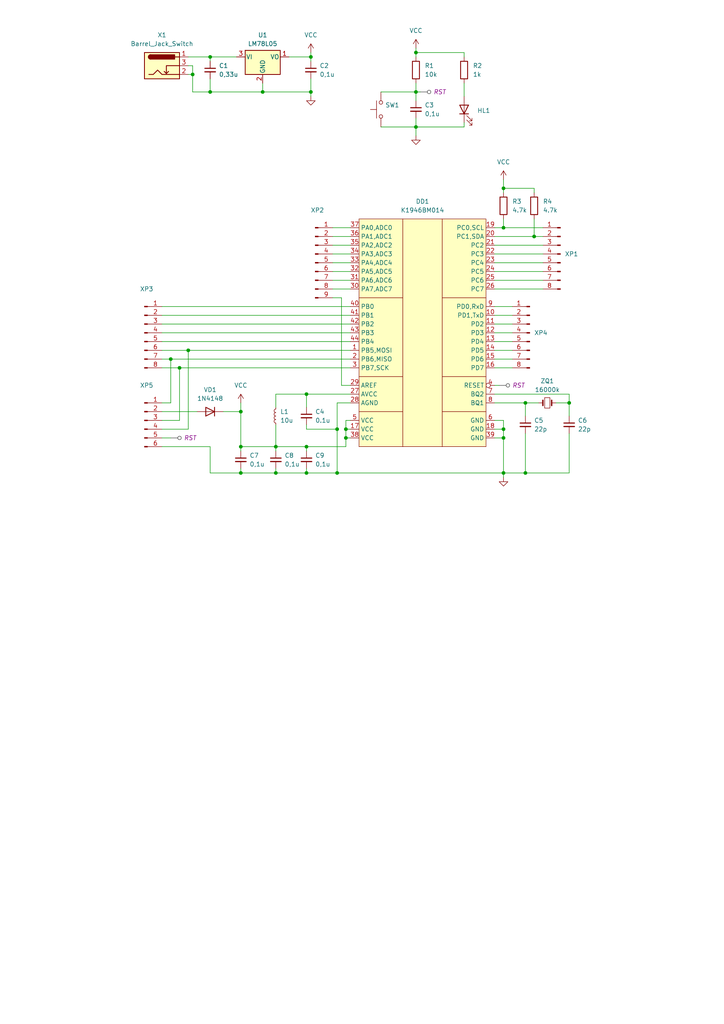
<source format=kicad_sch>
(kicad_sch (version 20231120) (generator "eeschema") (generator_version "8.0")
  (paper "A4" portrait)
  (title_block (title "Плата отладочная \\n Схема электрическая\\nпринципиальная") (date "01.05.2024") (rev "1") (company "habr") (comment 2 "Рябчевский") (comment 7 "йцу") (comment 8 "фыв") (comment 9 "ясч"))
  (lib_symbols
    (symbol "Connector:Barrel_Jack_Switch" (pin_names hide)
      (property "Reference" "J" (at 0 5.334 0))
      (property "Value" "Barrel_Jack_Switch" (at 0 -5.08 0))
      (symbol "Barrel_Jack_Switch_0_1"
        (rectangle (start -5.08 3.81) (end 5.08 -3.81) (stroke (width 0.254)) (fill (type background)))
        (arc (start -3.302 3.175) (mid -3.9343 2.54) (end -3.302 1.905) (stroke (width 0.254)))
        (arc (start -3.302 3.175) (mid -3.9343 2.54) (end -3.302 1.905) (stroke (width 0.254)) (fill (type outline)))
        (polyline (pts (xy 1.27 -2.286) (xy 1.905 -1.651)) (stroke (width 0.254)))
        (polyline (pts (xy 5.08 2.54) (xy 3.81 2.54)) (stroke (width 0.254)))
        (polyline (pts (xy 5.08 0) (xy 1.27 0) (xy 1.27 -2.286) (xy 0.635 -1.651)) (stroke (width 0.254)))
        (polyline (pts (xy -3.81 -2.54) (xy -2.54 -2.54) (xy -1.27 -1.27) (xy 0 -2.54) (xy 2.54 -2.54) (xy 5.08 -2.54)) (stroke (width 0.254)))
        (rectangle (start 3.683 3.175) (end -3.302 1.905) (stroke (width 0.254)) (fill (type outline)))
      )
      (symbol "Barrel_Jack_Switch_1_1"
        (pin passive line (at 7.62 2.54 180) (length 2.54) (name "~") (number "1"))
        (pin passive line (at 7.62 -2.54 180) (length 2.54) (name "~") (number "2"))
        (pin passive line (at 7.62 0 180) (length 2.54) (name "~") (number "3"))
      )
    )
    (symbol "Connector:Conn_01x06_Pin" (pin_names (offset 1.016) hide)
      (property "Reference" "J" (at 0 7.62 0))
      (property "Value" "Conn_01x06_Pin" (at 0 -10.16 0))
      (symbol "Conn_01x06_Pin_1_1"
        (polyline (pts (xy 1.27 -7.62) (xy 0.8636 -7.62)) (stroke (width 0.1524)))
        (polyline (pts (xy 1.27 -5.08) (xy 0.8636 -5.08)) (stroke (width 0.1524)))
        (polyline (pts (xy 1.27 -2.54) (xy 0.8636 -2.54)) (stroke (width 0.1524)))
        (polyline (pts (xy 1.27 0) (xy 0.8636 0)) (stroke (width 0.1524)))
        (polyline (pts (xy 1.27 2.54) (xy 0.8636 2.54)) (stroke (width 0.1524)))
        (polyline (pts (xy 1.27 5.08) (xy 0.8636 5.08)) (stroke (width 0.1524)))
        (rectangle (start 0.8636 -7.493) (end 0 -7.747) (stroke (width 0.1524)) (fill (type outline)))
        (rectangle (start 0.8636 -4.953) (end 0 -5.207) (stroke (width 0.1524)) (fill (type outline)))
        (rectangle (start 0.8636 -2.413) (end 0 -2.667) (stroke (width 0.1524)) (fill (type outline)))
        (rectangle (start 0.8636 0.127) (end 0 -0.127) (stroke (width 0.1524)) (fill (type outline)))
        (rectangle (start 0.8636 2.667) (end 0 2.413) (stroke (width 0.1524)) (fill (type outline)))
        (rectangle (start 0.8636 5.207) (end 0 4.953) (stroke (width 0.1524)) (fill (type outline)))
        (pin passive line (at 5.08 5.08 180) (length 3.81) (name "Pin_1") (number "1"))
        (pin passive line (at 5.08 2.54 180) (length 3.81) (name "Pin_2") (number "2"))
        (pin passive line (at 5.08 0 180) (length 3.81) (name "Pin_3") (number "3"))
        (pin passive line (at 5.08 -2.54 180) (length 3.81) (name "Pin_4") (number "4"))
        (pin passive line (at 5.08 -5.08 180) (length 3.81) (name "Pin_5") (number "5"))
        (pin passive line (at 5.08 -7.62 180) (length 3.81) (name "Pin_6") (number "6"))
      )
    )
    (symbol "Connector:Conn_01x08_Pin" (pin_names (offset 1.016) hide)
      (property "Reference" "J" (at 0 10.16 0))
      (property "Value" "Conn_01x08_Pin" (at 0 -12.7 0))
      (symbol "Conn_01x08_Pin_1_1"
        (polyline (pts (xy 1.27 -10.16) (xy 0.8636 -10.16)) (stroke (width 0.1524)))
        (polyline (pts (xy 1.27 -7.62) (xy 0.8636 -7.62)) (stroke (width 0.1524)))
        (polyline (pts (xy 1.27 -5.08) (xy 0.8636 -5.08)) (stroke (width 0.1524)))
        (polyline (pts (xy 1.27 -2.54) (xy 0.8636 -2.54)) (stroke (width 0.1524)))
        (polyline (pts (xy 1.27 0) (xy 0.8636 0)) (stroke (width 0.1524)))
        (polyline (pts (xy 1.27 2.54) (xy 0.8636 2.54)) (stroke (width 0.1524)))
        (polyline (pts (xy 1.27 5.08) (xy 0.8636 5.08)) (stroke (width 0.1524)))
        (polyline (pts (xy 1.27 7.62) (xy 0.8636 7.62)) (stroke (width 0.1524)))
        (rectangle (start 0.8636 -10.033) (end 0 -10.287) (stroke (width 0.1524)) (fill (type outline)))
        (rectangle (start 0.8636 -7.493) (end 0 -7.747) (stroke (width 0.1524)) (fill (type outline)))
        (rectangle (start 0.8636 -4.953) (end 0 -5.207) (stroke (width 0.1524)) (fill (type outline)))
        (rectangle (start 0.8636 -2.413) (end 0 -2.667) (stroke (width 0.1524)) (fill (type outline)))
        (rectangle (start 0.8636 0.127) (end 0 -0.127) (stroke (width 0.1524)) (fill (type outline)))
        (rectangle (start 0.8636 2.667) (end 0 2.413) (stroke (width 0.1524)) (fill (type outline)))
        (rectangle (start 0.8636 5.207) (end 0 4.953) (stroke (width 0.1524)) (fill (type outline)))
        (rectangle (start 0.8636 7.747) (end 0 7.493) (stroke (width 0.1524)) (fill (type outline)))
        (pin passive line (at 5.08 7.62 180) (length 3.81) (name "Pin_1") (number "1"))
        (pin passive line (at 5.08 5.08 180) (length 3.81) (name "Pin_2") (number "2"))
        (pin passive line (at 5.08 2.54 180) (length 3.81) (name "Pin_3") (number "3"))
        (pin passive line (at 5.08 0 180) (length 3.81) (name "Pin_4") (number "4"))
        (pin passive line (at 5.08 -2.54 180) (length 3.81) (name "Pin_5") (number "5"))
        (pin passive line (at 5.08 -5.08 180) (length 3.81) (name "Pin_6") (number "6"))
        (pin passive line (at 5.08 -7.62 180) (length 3.81) (name "Pin_7") (number "7"))
        (pin passive line (at 5.08 -10.16 180) (length 3.81) (name "Pin_8") (number "8"))
      )
    )
    (symbol "Connector:Conn_01x09_Pin" (pin_names (offset 1.016) hide)
      (property "Reference" "J" (at 0 12.7 0))
      (property "Value" "Conn_01x09_Pin" (at 0 -12.7 0))
      (symbol "Conn_01x09_Pin_1_1"
        (polyline (pts (xy 1.27 -10.16) (xy 0.8636 -10.16)) (stroke (width 0.1524)))
        (polyline (pts (xy 1.27 -7.62) (xy 0.8636 -7.62)) (stroke (width 0.1524)))
        (polyline (pts (xy 1.27 -5.08) (xy 0.8636 -5.08)) (stroke (width 0.1524)))
        (polyline (pts (xy 1.27 -2.54) (xy 0.8636 -2.54)) (stroke (width 0.1524)))
        (polyline (pts (xy 1.27 0) (xy 0.8636 0)) (stroke (width 0.1524)))
        (polyline (pts (xy 1.27 2.54) (xy 0.8636 2.54)) (stroke (width 0.1524)))
        (polyline (pts (xy 1.27 5.08) (xy 0.8636 5.08)) (stroke (width 0.1524)))
        (polyline (pts (xy 1.27 7.62) (xy 0.8636 7.62)) (stroke (width 0.1524)))
        (polyline (pts (xy 1.27 10.16) (xy 0.8636 10.16)) (stroke (width 0.1524)))
        (rectangle (start 0.8636 -10.033) (end 0 -10.287) (stroke (width 0.1524)) (fill (type outline)))
        (rectangle (start 0.8636 -7.493) (end 0 -7.747) (stroke (width 0.1524)) (fill (type outline)))
        (rectangle (start 0.8636 -4.953) (end 0 -5.207) (stroke (width 0.1524)) (fill (type outline)))
        (rectangle (start 0.8636 -2.413) (end 0 -2.667) (stroke (width 0.1524)) (fill (type outline)))
        (rectangle (start 0.8636 0.127) (end 0 -0.127) (stroke (width 0.1524)) (fill (type outline)))
        (rectangle (start 0.8636 2.667) (end 0 2.413) (stroke (width 0.1524)) (fill (type outline)))
        (rectangle (start 0.8636 5.207) (end 0 4.953) (stroke (width 0.1524)) (fill (type outline)))
        (rectangle (start 0.8636 7.747) (end 0 7.493) (stroke (width 0.1524)) (fill (type outline)))
        (rectangle (start 0.8636 10.287) (end 0 10.033) (stroke (width 0.1524)) (fill (type outline)))
        (pin passive line (at 5.08 10.16 180) (length 3.81) (name "Pin_1") (number "1"))
        (pin passive line (at 5.08 7.62 180) (length 3.81) (name "Pin_2") (number "2"))
        (pin passive line (at 5.08 5.08 180) (length 3.81) (name "Pin_3") (number "3"))
        (pin passive line (at 5.08 2.54 180) (length 3.81) (name "Pin_4") (number "4"))
        (pin passive line (at 5.08 0 180) (length 3.81) (name "Pin_5") (number "5"))
        (pin passive line (at 5.08 -2.54 180) (length 3.81) (name "Pin_6") (number "6"))
        (pin passive line (at 5.08 -5.08 180) (length 3.81) (name "Pin_7") (number "7"))
        (pin passive line (at 5.08 -7.62 180) (length 3.81) (name "Pin_8") (number "8"))
        (pin passive line (at 5.08 -10.16 180) (length 3.81) (name "Pin_9") (number "9"))
      )
    )
    (symbol "Device:C_Small" (pin_numbers hide) (pin_names (offset 0.254) hide)
      (property "Reference" "C" (at 0.254 1.778 0))
      (property "Value" "C_Small" (at 0.254 -2.032 0))
      (symbol "C_Small_0_1"
        (polyline (pts (xy -1.524 -0.508) (xy 1.524 -0.508)) (stroke (width 0.3302)))
        (polyline (pts (xy -1.524 0.508) (xy 1.524 0.508)) (stroke (width 0.3048)))
      )
      (symbol "C_Small_1_1"
        (pin passive line (at 0 2.54 270) (length 2.032) (name "~") (number "1"))
        (pin passive line (at 0 -2.54 90) (length 2.032) (name "~") (number "2"))
      )
    )
    (symbol "Device:Crystal_Small" (pin_numbers hide) (pin_names (offset 1.016) hide)
      (property "Reference" "Y" (at 0 2.54 0))
      (property "Value" "Crystal_Small" (at 0 -2.54 0))
      (symbol "Crystal_Small_0_1"
        (rectangle (start -0.762 -1.524) (end 0.762 1.524))
        (polyline (pts (xy -1.27 -0.762) (xy -1.27 0.762)) (stroke (width 0.381)))
        (polyline (pts (xy 1.27 -0.762) (xy 1.27 0.762)) (stroke (width 0.381)))
      )
      (symbol "Crystal_Small_1_1"
        (pin passive line (at -2.54 0 0) (length 1.27) (name "1") (number "1"))
        (pin passive line (at 2.54 0 180) (length 1.27) (name "2") (number "2"))
      )
    )
    (symbol "Device:D" (pin_numbers hide) (pin_names (offset 1.016) hide)
      (property "Reference" "D" (at 0 2.54 0))
      (property "Value" "D" (at 0 -2.54 0))
      (symbol "D_0_1"
        (polyline (pts (xy -1.27 1.27) (xy -1.27 -1.27)) (stroke (width 0.254)))
        (polyline (pts (xy 1.27 0) (xy -1.27 0)))
        (polyline (pts (xy 1.27 1.27) (xy 1.27 -1.27) (xy -1.27 0) (xy 1.27 1.27)) (stroke (width 0.254)))
      )
      (symbol "D_1_1"
        (pin passive line (at -3.81 0 0) (length 2.54) (name "K") (number "1"))
        (pin passive line (at 3.81 0 180) (length 2.54) (name "A") (number "2"))
      )
    )
    (symbol "Device:LED" (pin_numbers hide) (pin_names (offset 1.016) hide)
      (property "Reference" "D" (at 0 2.54 0))
      (property "Value" "LED" (at 0 -2.54 0))
      (symbol "LED_0_1"
        (polyline (pts (xy -1.27 -1.27) (xy -1.27 1.27)) (stroke (width 0.254)))
        (polyline (pts (xy -1.27 0) (xy 1.27 0)))
        (polyline (pts (xy 1.27 -1.27) (xy 1.27 1.27) (xy -1.27 0) (xy 1.27 -1.27)) (stroke (width 0.254)))
        (polyline (pts (xy -3.048 -0.762) (xy -4.572 -2.286) (xy -3.81 -2.286) (xy -4.572 -2.286) (xy -4.572 -1.524)))
        (polyline (pts (xy -1.778 -0.762) (xy -3.302 -2.286) (xy -2.54 -2.286) (xy -3.302 -2.286) (xy -3.302 -1.524)))
      )
      (symbol "LED_1_1"
        (pin passive line (at -3.81 0 0) (length 2.54) (name "K") (number "1"))
        (pin passive line (at 3.81 0 180) (length 2.54) (name "A") (number "2"))
      )
    )
    (symbol "Device:L_Small" (pin_numbers hide) (pin_names (offset 0.254) hide)
      (property "Reference" "L" (at 0.762 1.016 0))
      (property "Value" "L_Small" (at 0.762 -1.016 0))
      (symbol "L_Small_0_1"
        (arc (start 0 -2.032) (mid 0.5058 -1.524) (end 0 -1.016))
        (arc (start 0 -1.016) (mid 0.5058 -0.508) (end 0 0))
        (arc (start 0 0) (mid 0.5058 0.508) (end 0 1.016))
        (arc (start 0 1.016) (mid 0.5058 1.524) (end 0 2.032))
      )
      (symbol "L_Small_1_1"
        (pin passive line (at 0 2.54 270) (length 0.508) (name "~") (number "1"))
        (pin passive line (at 0 -2.54 90) (length 0.508) (name "~") (number "2"))
      )
    )
    (symbol "Device:R" (pin_numbers hide) (pin_names (offset 0))
      (property "Reference" "R" (at 2.032 0 90))
      (property "Value" "R" (at 0 0 90))
      (symbol "R_0_1"
        (rectangle (start -1.016 -2.54) (end 1.016 2.54) (stroke (width 0.254)))
      )
      (symbol "R_1_1"
        (pin passive line (at 0 3.81 270) (length 1.27) (name "~") (number "1"))
        (pin passive line (at 0 -3.81 90) (length 1.27) (name "~") (number "2"))
      )
    )
    (symbol "NIIET:К1946ВМ014" (exclude_from_sim yes)
      (property "Reference" "DD" (at 0 24.892 0))
      (property "Value" "К1946ВМ014" (at 0 -45.974 0))
      (symbol "К1946ВМ014_0_1"
        (polyline (pts (xy -17.78 -33.02) (xy -5.08 -33.02)))
        (polyline (pts (xy -17.78 -22.86) (xy -5.08 -22.86)))
        (polyline (pts (xy -17.78 0) (xy -5.08 0)))
        (polyline (pts (xy 6.35 -33.02) (xy 19.05 -33.02)))
        (polyline (pts (xy 6.35 -22.86) (xy 19.05 -22.86)))
        (polyline (pts (xy 6.35 0) (xy 19.05 0)))
      )
      (symbol "К1946ВМ014_1_0"
        (pin power_in line (at -20.32 -38.1 0) (length 2.54) (name "VCC") (number "17"))
        (pin power_in line (at 21.59 -38.1 180) (length 2.54) (name "GND") (number "18"))
        (pin bidirectional line (at -20.32 -27.94 0) (length 2.54) (name "AVCC") (number "27"))
        (pin bidirectional line (at -20.32 -30.48 0) (length 2.54) (name "AGND") (number "28"))
        (pin bidirectional line (at -20.32 -25.4 0) (length 2.54) (name "AREF") (number "29"))
        (pin power_in line (at -20.32 -40.64 0) (length 2.54) (name "VCC") (number "38"))
        (pin power_in line (at 21.59 -40.64 180) (length 2.54) (name "GND") (number "39"))
        (pin input inverted (at 21.59 -25.4 180) (length 2.54) (name "RESET") (number "4"))
        (pin power_in line (at -20.32 -35.56 0) (length 2.54) (name "VCC") (number "5"))
        (pin power_in line (at 21.59 -35.56 180) (length 2.54) (name "GND") (number "6"))
        (pin bidirectional line (at 21.59 -27.94 180) (length 2.54) (name "BQ2") (number "7"))
        (pin bidirectional line (at 21.59 -30.48 180) (length 2.54) (name "BQ1") (number "8"))
      )
      (symbol "К1946ВМ014_1_1"
        (rectangle (start -17.78 22.86) (end 19.05 -43.18) (fill (type background)))
        (polyline (pts (xy -5.08 22.86) (xy -5.08 -43.18)))
        (polyline (pts (xy 6.35 22.86) (xy 6.35 -43.18)))
        (pin bidirectional line (at -20.32 -15.24 0) (length 2.54) (name "PB5,MOSI") (number "1"))
        (pin bidirectional line (at 21.59 -5.08 180) (length 2.54) (name "PD1,TxD") (number "10"))
        (pin bidirectional line (at 21.59 -7.62 180) (length 2.54) (name "PD2,INT0") (number "11") (alternate "PD2" bidirectional line))
        (pin bidirectional line (at 21.59 -10.16 180) (length 2.54) (name "PD3,INT1") (number "12") (alternate "PD3" bidirectional line))
        (pin bidirectional line (at 21.59 -12.7 180) (length 2.54) (name "PD4,OC1B") (number "13") (alternate "PD4" bidirectional line))
        (pin bidirectional line (at 21.59 -15.24 180) (length 2.54) (name "PD5,OC1A") (number "14") (alternate "PD5" bidirectional line))
        (pin bidirectional line (at 21.59 -17.78 180) (length 2.54) (name "PD6,ICP1") (number "15") (alternate "PD6" bidirectional line))
        (pin bidirectional line (at 21.59 -20.32 180) (length 2.54) (name "PD7,OC2") (number "16") (alternate "PD7" bidirectional line))
        (pin bidirectional line (at 21.59 20.32 180) (length 2.54) (name "PC0,SCL") (number "19"))
        (pin bidirectional line (at -20.32 -17.78 0) (length 2.54) (name "PB6,MISO") (number "2"))
        (pin bidirectional line (at 21.59 17.78 180) (length 2.54) (name "PC1,SDA") (number "20"))
        (pin bidirectional line (at 21.59 15.24 180) (length 2.54) (name "PC2") (number "21"))
        (pin bidirectional line (at 21.59 12.7 180) (length 2.54) (name "PC3") (number "22"))
        (pin bidirectional line (at 21.59 10.16 180) (length 2.54) (name "PC4") (number "23"))
        (pin bidirectional line (at 21.59 7.62 180) (length 2.54) (name "PC5") (number "24"))
        (pin bidirectional line (at 21.59 5.08 180) (length 2.54) (name "PC6,TOSC1") (number "25") (alternate "PC6" bidirectional line))
        (pin bidirectional line (at 21.59 2.54 180) (length 2.54) (name "PC7,TOSC2") (number "26") (alternate "PC7" bidirectional line))
        (pin bidirectional line (at -20.32 -20.32 0) (length 2.54) (name "PB7,SCK") (number "3"))
        (pin bidirectional line (at -20.32 2.54 0) (length 2.54) (name "PA7,ADC7") (number "30"))
        (pin bidirectional line (at -20.32 5.08 0) (length 2.54) (name "PA6,ADC6") (number "31"))
        (pin bidirectional line (at -20.32 7.62 0) (length 2.54) (name "PA5,ADC5") (number "32"))
        (pin bidirectional line (at -20.32 10.16 0) (length 2.54) (name "PA4,ADC4") (number "33"))
        (pin bidirectional line (at -20.32 12.7 0) (length 2.54) (name "PA3,ADC3") (number "34"))
        (pin bidirectional line (at -20.32 15.24 0) (length 2.54) (name "PA2,ADC2") (number "35"))
        (pin bidirectional line (at -20.32 17.78 0) (length 2.54) (name "PA1,ADC1") (number "36"))
        (pin bidirectional line (at -20.32 20.32 0) (length 2.54) (name "PA0,ADC0") (number "37"))
        (pin bidirectional line (at -20.32 -2.54 0) (length 2.54) (name "PB0,T0") (number "40") (alternate "PB0" bidirectional line))
        (pin bidirectional line (at -20.32 -5.08 0) (length 2.54) (name "PB1,T1") (number "41") (alternate "PB1" bidirectional line))
        (pin bidirectional line (at -20.32 -7.62 0) (length 2.54) (name "PB2,AIN0") (number "42") (alternate "PB2" bidirectional line))
        (pin bidirectional line (at -20.32 -10.16 0) (length 2.54) (name "PB3,AIN1") (number "43") (alternate "PB3" bidirectional line))
        (pin bidirectional line (at -20.32 -12.7 0) (length 2.54) (name "PB4,SS") (number "44") (alternate "PB4" bidirectional line))
        (pin bidirectional line (at 21.59 -2.54 180) (length 2.54) (name "PD0,RxD") (number "9"))
      )
    )
    (symbol "Regulator_Linear:LM78L05_TO92" (pin_names (offset 0.254))
      (property "Reference" "U" (at -3.81 3.175 0))
      (property "Value" "LM78L05_TO92" (at 0 3.175 0))
      (symbol "LM78L05_TO92_0_1"
        (rectangle (start -5.08 -5.08) (end 5.08 1.905) (stroke (width 0.254)) (fill (type background)))
      )
      (symbol "LM78L05_TO92_1_1"
        (pin power_out line (at 7.62 0 180) (length 2.54) (name "VO") (number "1"))
        (pin power_in line (at 0 -7.62 90) (length 2.54) (name "GND") (number "2"))
        (pin power_in line (at -7.62 0 0) (length 2.54) (name "VI") (number "3"))
      )
    )
    (symbol "Switch:SW_Push" (pin_numbers hide) (pin_names (offset 1.016) hide)
      (property "Reference" "SW" (at 1.27 2.54 0))
      (property "Value" "SW_Push" (at 0 -1.524 0))
      (symbol "SW_Push_0_1"
        (circle (center -2.032 0) (radius 0.508))
        (polyline (pts (xy 0 1.27) (xy 0 3.048)))
        (polyline (pts (xy 2.54 1.27) (xy -2.54 1.27)))
        (circle (center 2.032 0) (radius 0.508))
        (pin passive line (at -5.08 0 0) (length 2.54) (name "1") (number "1"))
        (pin passive line (at 5.08 0 180) (length 2.54) (name "2") (number "2"))
      )
    )
    (symbol "power:GND" (power) (pin_numbers hide) (pin_names (offset 0) hide)
      (property "Value" "GND" (at 0 -3.81 0))
      (symbol "GND_0_1"
        (polyline (pts (xy 0 0) (xy 0 -1.27) (xy 1.27 -1.27) (xy 0 -2.54) (xy -1.27 -1.27) (xy 0 -1.27)))
      )
      (symbol "GND_1_1"
        (pin power_in line (at 0 0 270) (length 0) (name "~") (number "1"))
      )
    )
    (symbol "power:VCC" (power) (pin_numbers hide) (pin_names (offset 0) hide)
      (property "Value" "VCC" (at 0 3.556 0))
      (symbol "VCC_0_1"
        (polyline (pts (xy -0.762 1.27) (xy 0 2.54)))
        (polyline (pts (xy 0 0) (xy 0 2.54)))
        (polyline (pts (xy 0 2.54) (xy 0.762 1.27)))
      )
      (symbol "VCC_1_1"
        (pin power_in line (at 0 0 90) (length 0) (name "~") (number "1"))
      )
    )
  )
  (junction (at 60.96 26.67))
  (junction (at 120.65 36.83))
  (junction (at 165.1 116.84))
  (junction (at 90.17 16.51))
  (junction (at 69.85 119.38))
  (junction (at 69.85 137.16))
  (junction (at 80.01 129.54))
  (junction (at 54.61 101.6))
  (junction (at 100.33 124.46))
  (junction (at 120.65 26.67))
  (junction (at 80.01 137.16))
  (junction (at 88.9 114.3))
  (junction (at 154.94 68.58))
  (junction (at 120.65 15.24))
  (junction (at 146.05 127))
  (junction (at 60.96 16.51))
  (junction (at 152.4 137.16))
  (junction (at 146.05 54.61))
  (junction (at 97.79 124.46))
  (junction (at 52.07 106.68))
  (junction (at 146.05 137.16))
  (junction (at 88.9 137.16))
  (junction (at 90.17 26.67))
  (junction (at 88.9 129.54))
  (junction (at 69.85 129.54))
  (junction (at 100.33 127))
  (junction (at 146.05 124.46))
  (junction (at 146.05 66.04))
  (junction (at 55.88 21.59))
  (junction (at 152.4 116.84))
  (junction (at 97.79 137.16))
  (junction (at 76.2 26.67))
  (junction (at 49.53 104.14))
  (wire (pts (xy 134.62 24.13) (xy 134.62 27.94)))
  (wire (pts (xy 60.96 26.67) (xy 76.2 26.67)))
  (wire (pts (xy 96.52 81.28) (xy 101.6 81.28)))
  (wire (pts (xy 64.77 119.38) (xy 69.85 119.38)))
  (wire (pts (xy 46.99 129.54) (xy 60.96 129.54)))
  (wire (pts (xy 60.96 16.51) (xy 60.96 17.78)))
  (wire (pts (xy 143.51 66.04) (xy 146.05 66.04)))
  (wire (pts (xy 134.62 35.56) (xy 134.62 36.83)))
  (wire (pts (xy 88.9 114.3) (xy 80.01 114.3)))
  (wire (pts (xy 60.96 22.86) (xy 60.96 26.67)))
  (wire (pts (xy 80.01 129.54) (xy 80.01 130.81)))
  (wire (pts (xy 69.85 135.89) (xy 69.85 137.16)))
  (wire (pts (xy 97.79 116.84) (xy 97.79 124.46)))
  (wire (pts (xy 101.6 121.92) (xy 100.33 121.92)))
  (wire (pts (xy 100.33 124.46) (xy 100.33 127)))
  (wire (pts (xy 134.62 16.51) (xy 134.62 15.24)))
  (wire (pts (xy 96.52 73.66) (xy 101.6 73.66)))
  (wire (pts (xy 46.99 104.14) (xy 49.53 104.14)))
  (wire (pts (xy 154.94 63.5) (xy 154.94 68.58)))
  (wire (pts (xy 96.52 76.2) (xy 101.6 76.2)))
  (wire (pts (xy 146.05 63.5) (xy 146.05 66.04)))
  (wire (pts (xy 146.05 127) (xy 146.05 137.16)))
  (wire (pts (xy 99.06 111.76) (xy 99.06 86.36)))
  (wire (pts (xy 143.51 88.9) (xy 148.59 88.9)))
  (wire (pts (xy 146.05 54.61) (xy 146.05 55.88)))
  (wire (pts (xy 69.85 116.84) (xy 69.85 119.38)))
  (wire (pts (xy 54.61 101.6) (xy 101.6 101.6)))
  (wire (pts (xy 83.82 16.51) (xy 90.17 16.51)))
  (wire (pts (xy 146.05 52.07) (xy 146.05 54.61)))
  (wire (pts (xy 69.85 129.54) (xy 80.01 129.54)))
  (wire (pts (xy 101.6 114.3) (xy 88.9 114.3)))
  (wire (pts (xy 46.99 93.98) (xy 101.6 93.98)))
  (wire (pts (xy 88.9 135.89) (xy 88.9 137.16)))
  (wire (pts (xy 60.96 129.54) (xy 60.96 137.16)))
  (wire (pts (xy 55.88 21.59) (xy 55.88 26.67)))
  (wire (pts (xy 88.9 123.19) (xy 88.9 124.46)))
  (wire (pts (xy 143.51 106.68) (xy 148.59 106.68)))
  (wire (pts (xy 88.9 124.46) (xy 97.79 124.46)))
  (wire (pts (xy 100.33 127) (xy 100.33 129.54)))
  (wire (pts (xy 97.79 124.46) (xy 97.79 137.16)))
  (wire (pts (xy 80.01 114.3) (xy 80.01 118.11)))
  (wire (pts (xy 154.94 54.61) (xy 146.05 54.61)))
  (wire (pts (xy 54.61 124.46) (xy 54.61 101.6)))
  (wire (pts (xy 80.01 135.89) (xy 80.01 137.16)))
  (wire (pts (xy 143.51 81.28) (xy 157.48 81.28)))
  (wire (pts (xy 143.51 83.82) (xy 157.48 83.82)))
  (wire (pts (xy 54.61 16.51) (xy 60.96 16.51)))
  (wire (pts (xy 143.51 121.92) (xy 146.05 121.92)))
  (wire (pts (xy 100.33 124.46) (xy 101.6 124.46)))
  (wire (pts (xy 46.99 101.6) (xy 54.61 101.6)))
  (wire (pts (xy 161.29 116.84) (xy 165.1 116.84)))
  (wire (pts (xy 96.52 83.82) (xy 101.6 83.82)))
  (wire (pts (xy 146.05 124.46) (xy 146.05 127)))
  (wire (pts (xy 143.51 76.2) (xy 157.48 76.2)))
  (wire (pts (xy 90.17 15.24) (xy 90.17 16.51)))
  (wire (pts (xy 88.9 137.16) (xy 97.79 137.16)))
  (wire (pts (xy 101.6 111.76) (xy 99.06 111.76)))
  (wire (pts (xy 46.99 121.92) (xy 52.07 121.92)))
  (wire (pts (xy 152.4 116.84) (xy 156.21 116.84)))
  (wire (pts (xy 76.2 24.13) (xy 76.2 26.67)))
  (wire (pts (xy 146.05 137.16) (xy 146.05 138.43)))
  (wire (pts (xy 88.9 129.54) (xy 100.33 129.54)))
  (wire (pts (xy 46.99 88.9) (xy 101.6 88.9)))
  (wire (pts (xy 143.51 104.14) (xy 148.59 104.14)))
  (wire (pts (xy 88.9 114.3) (xy 88.9 118.11)))
  (wire (pts (xy 90.17 26.67) (xy 90.17 27.94)))
  (wire (pts (xy 46.99 119.38) (xy 57.15 119.38)))
  (wire (pts (xy 46.99 127) (xy 49.53 127)))
  (wire (pts (xy 143.51 101.6) (xy 148.59 101.6)))
  (wire (pts (xy 80.01 129.54) (xy 88.9 129.54)))
  (wire (pts (xy 110.49 36.83) (xy 120.65 36.83)))
  (wire (pts (xy 60.96 16.51) (xy 68.58 16.51)))
  (wire (pts (xy 143.51 78.74) (xy 157.48 78.74)))
  (wire (pts (xy 88.9 129.54) (xy 88.9 130.81)))
  (wire (pts (xy 120.65 36.83) (xy 134.62 36.83)))
  (wire (pts (xy 152.4 116.84) (xy 152.4 120.65)))
  (wire (pts (xy 152.4 125.73) (xy 152.4 137.16)))
  (wire (pts (xy 69.85 129.54) (xy 69.85 130.81)))
  (wire (pts (xy 143.51 91.44) (xy 148.59 91.44)))
  (wire (pts (xy 46.99 124.46) (xy 54.61 124.46)))
  (wire (pts (xy 55.88 19.05) (xy 55.88 21.59)))
  (wire (pts (xy 143.51 73.66) (xy 157.48 73.66)))
  (wire (pts (xy 120.65 15.24) (xy 120.65 16.51)))
  (wire (pts (xy 96.52 66.04) (xy 101.6 66.04)))
  (wire (pts (xy 96.52 71.12) (xy 101.6 71.12)))
  (wire (pts (xy 80.01 123.19) (xy 80.01 129.54)))
  (wire (pts (xy 110.49 26.67) (xy 120.65 26.67)))
  (wire (pts (xy 143.51 71.12) (xy 157.48 71.12)))
  (wire (pts (xy 146.05 66.04) (xy 157.48 66.04)))
  (wire (pts (xy 49.53 104.14) (xy 101.6 104.14)))
  (wire (pts (xy 120.65 13.97) (xy 120.65 15.24)))
  (wire (pts (xy 143.51 68.58) (xy 154.94 68.58)))
  (wire (pts (xy 154.94 55.88) (xy 154.94 54.61)))
  (wire (pts (xy 100.33 121.92) (xy 100.33 124.46)))
  (wire (pts (xy 55.88 26.67) (xy 60.96 26.67)))
  (wire (pts (xy 146.05 137.16) (xy 152.4 137.16)))
  (wire (pts (xy 146.05 121.92) (xy 146.05 124.46)))
  (wire (pts (xy 143.51 99.06) (xy 148.59 99.06)))
  (wire (pts (xy 152.4 137.16) (xy 165.1 137.16)))
  (wire (pts (xy 120.65 15.24) (xy 134.62 15.24)))
  (wire (pts (xy 120.65 36.83) (xy 120.65 39.37)))
  (wire (pts (xy 54.61 21.59) (xy 55.88 21.59)))
  (wire (pts (xy 120.65 34.29) (xy 120.65 36.83)))
  (wire (pts (xy 120.65 26.67) (xy 121.92 26.67)))
  (wire (pts (xy 69.85 119.38) (xy 69.85 129.54)))
  (wire (pts (xy 52.07 121.92) (xy 52.07 106.68)))
  (wire (pts (xy 143.51 111.76) (xy 144.78 111.76)))
  (wire (pts (xy 49.53 104.14) (xy 49.53 116.84)))
  (wire (pts (xy 90.17 17.78) (xy 90.17 16.51)))
  (wire (pts (xy 120.65 26.67) (xy 120.65 29.21)))
  (wire (pts (xy 165.1 137.16) (xy 165.1 125.73)))
  (wire (pts (xy 165.1 114.3) (xy 165.1 116.84)))
  (wire (pts (xy 143.51 124.46) (xy 146.05 124.46)))
  (wire (pts (xy 46.99 96.52) (xy 101.6 96.52)))
  (wire (pts (xy 80.01 137.16) (xy 88.9 137.16)))
  (wire (pts (xy 154.94 68.58) (xy 157.48 68.58)))
  (wire (pts (xy 165.1 116.84) (xy 165.1 120.65)))
  (wire (pts (xy 143.51 114.3) (xy 165.1 114.3)))
  (wire (pts (xy 143.51 116.84) (xy 152.4 116.84)))
  (wire (pts (xy 46.99 116.84) (xy 49.53 116.84)))
  (wire (pts (xy 146.05 137.16) (xy 97.79 137.16)))
  (wire (pts (xy 100.33 127) (xy 101.6 127)))
  (wire (pts (xy 46.99 91.44) (xy 101.6 91.44)))
  (wire (pts (xy 54.61 19.05) (xy 55.88 19.05)))
  (wire (pts (xy 46.99 106.68) (xy 52.07 106.68)))
  (wire (pts (xy 46.99 99.06) (xy 101.6 99.06)))
  (wire (pts (xy 76.2 26.67) (xy 90.17 26.67)))
  (wire (pts (xy 96.52 86.36) (xy 99.06 86.36)))
  (wire (pts (xy 120.65 24.13) (xy 120.65 26.67)))
  (wire (pts (xy 96.52 78.74) (xy 101.6 78.74)))
  (wire (pts (xy 96.52 68.58) (xy 101.6 68.58)))
  (wire (pts (xy 101.6 116.84) (xy 97.79 116.84)))
  (wire (pts (xy 143.51 93.98) (xy 148.59 93.98)))
  (wire (pts (xy 143.51 96.52) (xy 148.59 96.52)))
  (wire (pts (xy 143.51 127) (xy 146.05 127)))
  (wire (pts (xy 60.96 137.16) (xy 69.85 137.16)))
  (wire (pts (xy 69.85 137.16) (xy 80.01 137.16)))
  (wire (pts (xy 90.17 26.67) (xy 90.17 22.86)))
  (wire (pts (xy 52.07 106.68) (xy 101.6 106.68)))
  (netclass_flag "" (length 2.54) (shape round) (at 144.78 111.76 270) (property "Netclass" "RST" (at 148.59 111.76 0) (effects (font (italic yes)) (justify left))))
  (netclass_flag "" (length 2.54) (shape round) (at 49.53 127 270) (property "Netclass" "RST" (at 53.34 127 0) (effects (font (italic yes)) (justify left))))
  (netclass_flag "" (length 2.54) (shape round) (at 121.92 26.67 270) (property "Netclass" "RST" (at 125.73 26.67 0) (effects (font (italic yes)) (justify left))))
  (symbol (lib_id "Device:C_Small") (at 120.65 31.75 0) (unit 1)
    (property "Reference" "C3" (at 123.19 30.4862 0) (effects (justify left)))
    (property "Value" "0,1u" (at 123.19 33.0262 0) (effects (justify left)))
    (property "Footprint" "Capacitor_SMD:C_0603_1608Metric" (effects (hide yes)))
    (property "Description" "Unpolarized capacitor, small symbol" (effects (hide yes)))
  )
  (symbol (lib_id "Regulator_Linear:LM78L05_TO92") (at 76.2 16.51 0) (unit 1)
    (property "Reference" "U1" (at 76.2 10.16 0))
    (property "Value" "LM78L05" (at 76.2 12.7 0))
    (property "Footprint" "Package_TO_SOT_SMD:SOT-89-3" (effects (hide yes)))
    (property "Datasheet" "https://www.onsemi.com/pub/Collateral/MC78L06A-D.pdf" (effects (hide yes)))
    (property "Description" "Positive 100mA 30V Linear Regulator, Fixed Output 5V, TO-92" (effects (hide yes)))
  )
  (symbol (lib_id "Device:C_Small") (at 90.17 20.32 0) (unit 1)
    (property "Reference" "C2" (at 92.71 19.0562 0) (effects (justify left)))
    (property "Value" "0,1u" (at 92.71 21.5962 0) (effects (justify left)))
    (property "Footprint" "Capacitor_SMD:C_0603_1608Metric" (effects (hide yes)))
    (property "Description" "Unpolarized capacitor, small symbol" (effects (hide yes)))
  )
  (symbol (lib_id "power:GND") (at 146.05 138.43 0) (unit 1)
    (property "Reference" "#PWR07" (effects (hide yes)))
    (property "Value" "GND" (effects (hide yes)))
    (property "Description" "Power symbol creates a global label with name \"GND\" , ground" (effects (hide yes)))
  )
  (symbol (lib_id "power:VCC") (at 120.65 13.97 0) (unit 1)
    (property "Reference" "#PWR01" (effects (hide yes)))
    (property "Value" "VCC" (at 120.65 8.89 0))
    (property "Description" "Power symbol creates a global label with name \"VCC\"" (effects (hide yes)))
  )
  (symbol (lib_id "NIIET:К1946ВМ014") (at 121.92 86.36 0) (unit 1) (exclude_from_sim yes)
    (property "Reference" "DD1" (at 122.555 58.42 0))
    (property "Value" "К1946ВМ014" (at 122.555 60.96 0))
    (property "Footprint" "Package_QFP:TQFP-44_10x10mm_P0.8mm" (effects (hide yes)))
    (property "Datasheet" "https://niiet.ru/product/к1946вм014/" (effects (hide yes)))
    (property "Description" "Микросхема К1946ВМ014 может применятся в системах управления оборудованием, робототехнике; функциональных разрядно-зарядные устройствах с программированием; сложных дистанционных системах управления; сетевых устройствах; быстродействующих системах для передачи и обработки данных; сложной бытовой технике; устройствах ввода и отображения информации с тач-скринами(Touch-screen) и других многофункциональных устройствах." (effects (hide yes)))
    (pin "26" (alternate "PC7"))
    (pin "14" (alternate "PD5"))
    (pin "43" (alternate "PB3"))
    (pin "44" (alternate "PB4"))
    (pin "15" (alternate "PD6"))
    (pin "16" (alternate "PD7"))
    (pin "25" (alternate "PC6"))
    (pin "40" (alternate "PB0"))
    (pin "12" (alternate "PD3"))
    (pin "41" (alternate "PB1"))
    (pin "42" (alternate "PB2"))
    (pin "13" (alternate "PD4"))
    (pin "11" (alternate "PD2"))
  )
  (symbol (lib_id "Connector:Conn_01x08_Pin") (at 153.67 96.52 0) (mirror y) (unit 1)
    (property "Reference" "XP4" (at 154.94 96.5199 0) (effects (justify right)))
    (property "Value" "Conn_01x08_Pin" (effects (hide yes)))
    (property "Footprint" "Connector_PinHeader_2.54mm:PinHeader_1x08_P2.54mm_Vertical" (effects (hide yes)))
    (property "Description" "Generic connector, single row, 01x08, script generated" (effects (hide yes)))
  )
  (symbol (lib_id "Device:C_Small") (at 152.4 123.19 0) (unit 1)
    (property "Reference" "C5" (at 154.94 121.9262 0) (effects (justify left)))
    (property "Value" "22p" (at 154.94 124.4662 0) (effects (justify left)))
    (property "Footprint" "Capacitor_SMD:C_0603_1608Metric" (effects (hide yes)))
    (property "Description" "Unpolarized capacitor, small symbol" (effects (hide yes)))
  )
  (symbol (lib_id "Connector:Conn_01x08_Pin") (at 41.91 96.52 0) (unit 1)
    (property "Reference" "XP3" (at 42.545 83.82 0))
    (property "Value" "Conn_01x08_Pin" (effects (hide yes)))
    (property "Footprint" "Connector_PinHeader_2.54mm:PinHeader_1x08_P2.54mm_Vertical" (effects (hide yes)))
    (property "Description" "Generic connector, single row, 01x08, script generated" (effects (hide yes)))
  )
  (symbol (lib_id "Device:C_Small") (at 88.9 120.65 0) (unit 1)
    (property "Reference" "C4" (at 91.44 119.3862 0) (effects (justify left)))
    (property "Value" "0.1u" (at 91.44 121.9262 0) (effects (justify left)))
    (property "Footprint" "Capacitor_SMD:C_0603_1608Metric" (effects (hide yes)))
    (property "Description" "Unpolarized capacitor, small symbol" (effects (hide yes)))
  )
  (symbol (lib_id "power:GND") (at 90.17 27.94 0) (unit 1)
    (property "Reference" "#PWR03" (effects (hide yes)))
    (property "Value" "GND" (effects (hide yes)))
    (property "Description" "Power symbol creates a global label with name \"GND\" , ground" (effects (hide yes)))
  )
  (symbol (lib_id "Switch:SW_Push") (at 110.49 31.75 90) (unit 1)
    (property "Reference" "SW1" (at 111.76 30.4799 90) (effects (justify right)))
    (property "Value" "SW_Push" (effects (hide yes)))
    (property "Footprint" "Button_Switch_THT:SW_PUSH_6mm_H5mm" (effects (hide yes)))
    (property "Description" "Push button switch, generic, two pins" (effects (hide yes)))
  )
  (symbol (lib_id "power:VCC") (at 146.05 52.07 0) (unit 1)
    (property "Reference" "#PWR05" (effects (hide yes)))
    (property "Value" "VCC" (at 146.05 46.99 0))
    (property "Description" "Power symbol creates a global label with name \"VCC\"" (effects (hide yes)))
  )
  (symbol (lib_id "power:VCC") (at 90.17 15.24 0) (unit 1)
    (property "Reference" "#PWR02" (effects (hide yes)))
    (property "Value" "VCC" (at 90.17 10.16 0))
    (property "Description" "Power symbol creates a global label with name \"VCC\"" (effects (hide yes)))
  )
  (symbol (lib_id "Device:C_Small") (at 165.1 123.19 0) (unit 1)
    (property "Reference" "C6" (at 167.64 121.9262 0) (effects (justify left)))
    (property "Value" "22p" (at 167.64 124.4662 0) (effects (justify left)))
    (property "Footprint" "Capacitor_SMD:C_0603_1608Metric" (effects (hide yes)))
    (property "Description" "Unpolarized capacitor, small symbol" (effects (hide yes)))
  )
  (symbol (lib_id "Device:R") (at 154.94 59.69 0) (unit 1)
    (property "Reference" "R4" (at 157.48 58.4199 0) (effects (justify left)))
    (property "Value" "4.7k" (at 157.48 60.9599 0) (effects (justify left)))
    (property "Footprint" "Resistor_SMD:R_0603_1608Metric" (effects (hide yes)))
    (property "Description" "Resistor" (effects (hide yes)))
  )
  (symbol (lib_id "power:VCC") (at 69.85 116.84 0) (unit 1)
    (property "Reference" "#PWR06" (effects (hide yes)))
    (property "Value" "VCC" (at 69.85 111.76 0))
    (property "Description" "Power symbol creates a global label with name \"VCC\"" (effects (hide yes)))
  )
  (symbol (lib_id "Connector:Conn_01x08_Pin") (at 162.56 73.66 0) (mirror y) (unit 1)
    (property "Reference" "XP1" (at 163.83 73.6599 0) (effects (justify right)))
    (property "Value" "Conn_01x08_Pin" (effects (hide yes)))
    (property "Footprint" "Connector_PinHeader_2.54mm:PinHeader_1x08_P2.54mm_Vertical" (effects (hide yes)))
    (property "Description" "Generic connector, single row, 01x08, script generated" (effects (hide yes)))
  )
  (symbol (lib_id "Device:D") (at 60.96 119.38 180) (unit 1)
    (property "Reference" "VD1" (at 60.96 113.03 0))
    (property "Value" "1N4148" (at 60.96 115.57 0))
    (property "Footprint" "Diode_SMD:D_SOD-123" (effects (hide yes)))
    (property "Description" "Diode" (effects (hide yes)))
    (property "Sim.Device" "D" (effects (hide yes)))
    (property "Sim.Pins" "1=K 2=A" (effects (hide yes)))
  )
  (symbol (lib_id "Device:C_Small") (at 88.9 133.35 0) (unit 1)
    (property "Reference" "C9" (at 91.44 132.0862 0) (effects (justify left)))
    (property "Value" "0,1u" (at 91.44 134.6262 0) (effects (justify left)))
    (property "Footprint" "Capacitor_SMD:C_0603_1608Metric" (effects (hide yes)))
    (property "Description" "Unpolarized capacitor, small symbol" (effects (hide yes)))
  )
  (symbol (lib_id "Device:C_Small") (at 69.85 133.35 0) (unit 1)
    (property "Reference" "C7" (at 72.39 132.0862 0) (effects (justify left)))
    (property "Value" "0,1u" (at 72.39 134.6262 0) (effects (justify left)))
    (property "Footprint" "Capacitor_SMD:C_0603_1608Metric" (effects (hide yes)))
    (property "Description" "Unpolarized capacitor, small symbol" (effects (hide yes)))
  )
  (symbol (lib_id "Device:R") (at 120.65 20.32 0) (unit 1)
    (property "Reference" "R1" (at 123.19 19.0499 0) (effects (justify left)))
    (property "Value" "10k" (at 123.19 21.5899 0) (effects (justify left)))
    (property "Footprint" "Resistor_SMD:R_0603_1608Metric" (effects (hide yes)))
    (property "Description" "Resistor" (effects (hide yes)))
  )
  (symbol (lib_id "Device:C_Small") (at 60.96 20.32 0) (unit 1)
    (property "Reference" "C1" (at 63.5 19.0562 0) (effects (justify left)))
    (property "Value" "0,33u" (at 63.5 21.5962 0) (effects (justify left)))
    (property "Footprint" "Capacitor_SMD:C_0805_2012Metric" (effects (hide yes)))
    (property "Description" "Unpolarized capacitor, small symbol" (effects (hide yes)))
  )
  (symbol (lib_id "Device:R") (at 146.05 59.69 0) (unit 1)
    (property "Reference" "R3" (at 148.59 58.4199 0) (effects (justify left)))
    (property "Value" "4.7k" (at 148.59 60.9599 0) (effects (justify left)))
    (property "Footprint" "Resistor_SMD:R_0603_1608Metric" (effects (hide yes)))
    (property "Description" "Resistor" (effects (hide yes)))
  )
  (symbol (lib_id "Device:Crystal_Small") (at 158.75 116.84 0) (unit 1)
    (property "Reference" "ZQ1" (at 158.75 110.49 0))
    (property "Value" "16000k" (at 158.75 113.03 0))
    (property "Footprint" "Crystal:Crystal_HC49-4H_Vertical" (effects (hide yes)))
    (property "Description" "Two pin crystal, small symbol" (effects (hide yes)))
  )
  (symbol (lib_id "Device:C_Small") (at 80.01 133.35 0) (unit 1)
    (property "Reference" "C8" (at 82.55 132.0862 0) (effects (justify left)))
    (property "Value" "0,1u" (at 82.55 134.6262 0) (effects (justify left)))
    (property "Footprint" "Capacitor_SMD:C_0603_1608Metric" (effects (hide yes)))
    (property "Description" "Unpolarized capacitor, small symbol" (effects (hide yes)))
  )
  (symbol (lib_id "Device:R") (at 134.62 20.32 0) (unit 1)
    (property "Reference" "R2" (at 137.16 19.0499 0) (effects (justify left)))
    (property "Value" "1k" (at 137.16 21.5899 0) (effects (justify left)))
    (property "Footprint" "Resistor_SMD:R_0603_1608Metric" (effects (hide yes)))
    (property "Description" "Resistor" (effects (hide yes)))
  )
  (symbol (lib_id "Connector:Barrel_Jack_Switch") (at 46.99 19.05 0) (unit 1)
    (property "Reference" "X1" (at 46.99 10.16 0))
    (property "Value" "Barrel_Jack_Switch" (at 46.99 12.7 0))
    (property "Footprint" "Connector_BarrelJack:BarrelJack_Horizontal" (effects (hide yes)))
    (property "Description" "DC Barrel Jack with an internal switch" (effects (hide yes)))
  )
  (symbol (lib_id "Device:L_Small") (at 80.01 120.65 180) (unit 1)
    (property "Reference" "L1" (at 81.28 119.3799 0) (effects (justify right)))
    (property "Value" "10u" (at 81.28 121.9199 0) (effects (justify right)))
    (property "Footprint" "Inductor_SMD:L_0603_1608Metric" (effects (hide yes)))
    (property "Description" "Inductor, small symbol" (effects (hide yes)))
  )
  (symbol (lib_id "Connector:Conn_01x09_Pin") (at 91.44 76.2 0) (unit 1)
    (property "Reference" "XP2" (at 92.075 60.96 0))
    (property "Value" "Conn_01x09_Pin" (effects (hide yes)))
    (property "Footprint" "Connector_PinHeader_2.54mm:PinHeader_1x09_P2.54mm_Vertical" (effects (hide yes)))
    (property "Description" "Generic connector, single row, 01x09, script generated" (effects (hide yes)))
  )
  (symbol (lib_id "Device:LED") (at 134.62 31.75 90) (unit 1)
    (property "Reference" "HL1" (at 138.43 32.0674 90) (effects (justify right)))
    (property "Value" "LED" (effects (hide yes)))
    (property "Footprint" "Diode_SMD:D_0603_1608Metric" (effects (hide yes)))
    (property "Description" "Light emitting diode" (effects (hide yes)))
  )
  (symbol (lib_id "power:GND") (at 120.65 39.37 0) (unit 1)
    (property "Reference" "#PWR04" (effects (hide yes)))
    (property "Value" "GND" (effects (hide yes)))
    (property "Description" "Power symbol creates a global label with name \"GND\" , ground" (effects (hide yes)))
  )
  (symbol (lib_id "Connector:Conn_01x06_Pin") (at 41.91 121.92 0) (unit 1)
    (property "Reference" "XP5" (at 42.545 111.76 0))
    (property "Value" "Conn_01x06_Pin" (effects (hide yes)))
    (property "Footprint" "Connector_IDC:IDC-Header_2x03_P2.54mm_Vertical" (effects (hide yes)))
    (property "Description" "Generic connector, single row, 01x06, script generated" (effects (hide yes)))
  )
)
</source>
